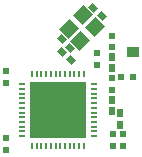
<source format=gtp>
%FSLAX24Y24*%
%MOIN*%
G70*
G01*
G75*
G04 Layer_Color=8421504*
%ADD10R,0.0197X0.0256*%
%ADD11R,0.0197X0.0236*%
%ADD12R,0.0236X0.0197*%
%ADD13R,0.0400X0.0370*%
G04:AMPARAMS|DCode=14|XSize=47.2mil|YSize=43.3mil|CornerRadius=0mil|HoleSize=0mil|Usage=FLASHONLY|Rotation=225.000|XOffset=0mil|YOffset=0mil|HoleType=Round|Shape=Rectangle|*
%AMROTATEDRECTD14*
4,1,4,0.0014,0.0320,0.0320,0.0014,-0.0014,-0.0320,-0.0320,-0.0014,0.0014,0.0320,0.0*
%
%ADD14ROTATEDRECTD14*%

%ADD15O,0.0256X0.0079*%
%ADD16O,0.0079X0.0256*%
%ADD17R,0.1850X0.1850*%
G04:AMPARAMS|DCode=18|XSize=19.7mil|YSize=23.6mil|CornerRadius=0mil|HoleSize=0mil|Usage=FLASHONLY|Rotation=225.000|XOffset=0mil|YOffset=0mil|HoleType=Round|Shape=Rectangle|*
%AMROTATEDRECTD18*
4,1,4,-0.0014,0.0153,0.0153,-0.0014,0.0014,-0.0153,-0.0153,0.0014,-0.0014,0.0153,0.0*
%
%ADD18ROTATEDRECTD18*%

%ADD19C,0.0370*%
%ADD20C,0.0080*%
%ADD21C,0.0090*%
%ADD22C,0.0060*%
%ADD23C,0.0240*%
%ADD24C,0.0260*%
%ADD25C,0.0098*%
%ADD26C,0.0079*%
%ADD27C,0.0050*%
D10*
X1790Y1767D02*
D03*
Y1393D02*
D03*
X2070Y-103D02*
D03*
Y-477D02*
D03*
X1790Y347D02*
D03*
Y-27D02*
D03*
D11*
Y2487D02*
D03*
Y2093D02*
D03*
Y1067D02*
D03*
Y673D02*
D03*
X2170Y-1197D02*
D03*
Y-803D02*
D03*
X1840D02*
D03*
Y-1197D02*
D03*
X-1720Y-923D02*
D03*
Y-1317D02*
D03*
X1290Y1523D02*
D03*
Y1917D02*
D03*
X-1720Y921D02*
D03*
Y1315D02*
D03*
D12*
X2497Y1090D02*
D03*
X2103D02*
D03*
D13*
X2510Y1924D02*
D03*
D14*
X1221Y2782D02*
D03*
X832Y3171D02*
D03*
X748Y2308D02*
D03*
X358Y2698D02*
D03*
D15*
X-1191Y866D02*
D03*
Y709D02*
D03*
Y551D02*
D03*
Y394D02*
D03*
Y236D02*
D03*
Y79D02*
D03*
Y-79D02*
D03*
Y-236D02*
D03*
Y-394D02*
D03*
Y-551D02*
D03*
Y-709D02*
D03*
Y-866D02*
D03*
X1191D02*
D03*
Y-709D02*
D03*
Y-551D02*
D03*
Y-394D02*
D03*
Y-236D02*
D03*
Y-79D02*
D03*
Y79D02*
D03*
Y236D02*
D03*
Y394D02*
D03*
Y551D02*
D03*
Y709D02*
D03*
Y866D02*
D03*
D16*
X-866Y-1191D02*
D03*
X-709D02*
D03*
X-551D02*
D03*
X-394D02*
D03*
X-236D02*
D03*
X-79D02*
D03*
X79D02*
D03*
X236D02*
D03*
X394D02*
D03*
X551D02*
D03*
X709D02*
D03*
X866D02*
D03*
Y1191D02*
D03*
X709D02*
D03*
X551D02*
D03*
X394D02*
D03*
X236D02*
D03*
X79D02*
D03*
X-79D02*
D03*
X-236D02*
D03*
X-394D02*
D03*
X-551D02*
D03*
X-709D02*
D03*
X-866D02*
D03*
D17*
X0Y0D02*
D03*
D18*
X429Y1661D02*
D03*
X151Y1939D02*
D03*
X409Y2081D02*
D03*
X131Y2359D02*
D03*
X1181Y3409D02*
D03*
X1459Y3131D02*
D03*
M02*

</source>
